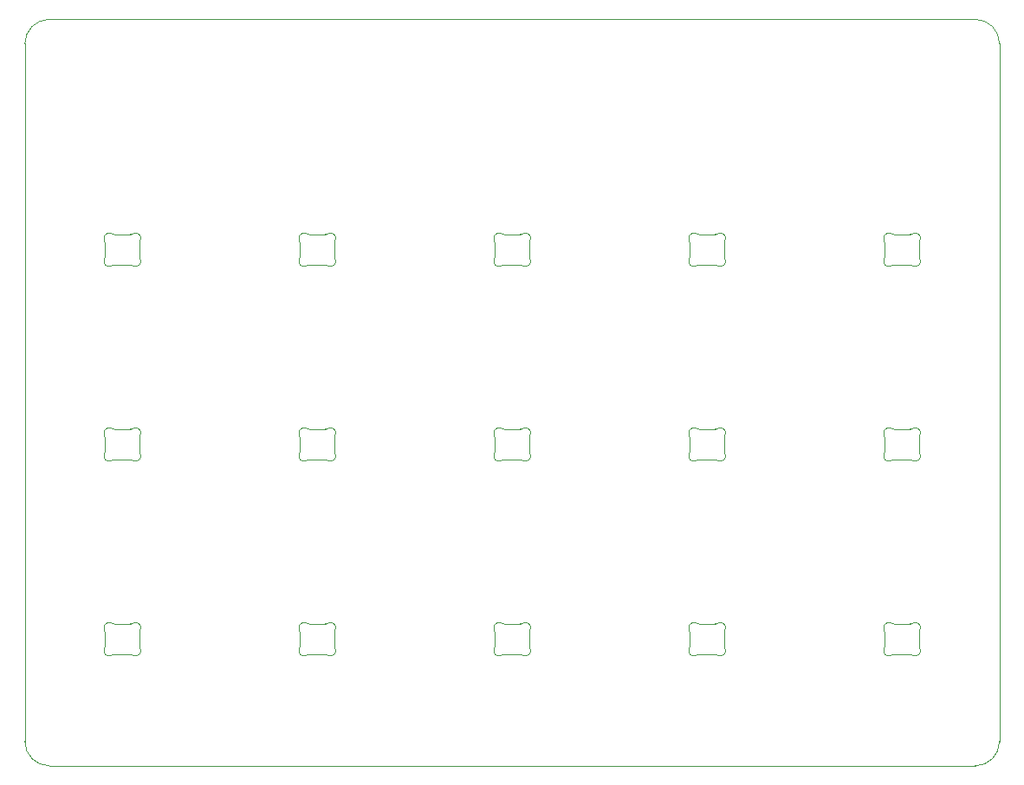
<source format=gbr>
%TF.GenerationSoftware,KiCad,Pcbnew,(6.0.6)*%
%TF.CreationDate,2022-08-15T00:28:01+08:00*%
%TF.ProjectId,15k-macropad,31356b2d-6d61-4637-926f-7061642e6b69,rev?*%
%TF.SameCoordinates,Original*%
%TF.FileFunction,Profile,NP*%
%FSLAX46Y46*%
G04 Gerber Fmt 4.6, Leading zero omitted, Abs format (unit mm)*
G04 Created by KiCad (PCBNEW (6.0.6)) date 2022-08-15 00:28:01*
%MOMM*%
%LPD*%
G01*
G04 APERTURE LIST*
%TA.AperFunction,Profile*%
%ADD10C,0.100000*%
%TD*%
G04 APERTURE END LIST*
D10*
X97631250Y-47625000D02*
G75*
G03*
X95250000Y-50006250I50J-2381300D01*
G01*
X95250000Y-118268750D02*
G75*
G03*
X97631250Y-120650000I2381300J50D01*
G01*
X188118750Y-120650000D02*
G75*
G03*
X190500000Y-118268750I-50J2381300D01*
G01*
X95250000Y-118268750D02*
X95250000Y-50006250D01*
X97631250Y-47625000D02*
X188118750Y-47625000D01*
X190500000Y-50006250D02*
X190500000Y-118268750D01*
X188118750Y-120650000D02*
X97631250Y-120650000D01*
X190500000Y-50006250D02*
G75*
G03*
X188118750Y-47625000I-2381300J-50D01*
G01*
%TO.C,LED11*%
X160175516Y-90137219D02*
G75*
G03*
X160225001Y-89920342I-450866J216959D01*
G01*
X162719453Y-87717500D02*
G75*
G03*
X162971711Y-87649201I-3J500009D01*
G01*
X160878289Y-87649200D02*
G75*
G03*
X161130547Y-87717499I252261J431710D01*
G01*
X163624999Y-89920341D02*
G75*
G03*
X163674484Y-90137219I499990J-2D01*
G01*
X163674485Y-88297779D02*
G75*
G03*
X162971711Y-87649201I-450516J216877D01*
G01*
X162971711Y-90785798D02*
G75*
G03*
X163674484Y-90137218I252259J431700D01*
G01*
X161130548Y-90717500D02*
G75*
G03*
X160878290Y-90785798I2J-500010D01*
G01*
X163674484Y-88297779D02*
G75*
G03*
X163624999Y-88514656I450505J-216876D01*
G01*
X160175520Y-90137221D02*
G75*
G03*
X160878289Y-90785796I450510J-216879D01*
G01*
X160224990Y-88514657D02*
G75*
G03*
X160175516Y-88297779I-500290J-43D01*
G01*
X160878289Y-87649200D02*
G75*
G03*
X160175516Y-88297779I-252259J-431700D01*
G01*
X162971711Y-90785798D02*
G75*
G03*
X162719452Y-90717499I-252261J-431710D01*
G01*
X162719452Y-90717499D02*
X161130548Y-90717499D01*
X161130548Y-87717500D02*
X162719453Y-87717500D01*
X163624999Y-88514657D02*
X163624999Y-89920341D01*
X160225001Y-89920341D02*
X160225001Y-88514657D01*
%TO.C,LED8*%
X143921711Y-90785798D02*
G75*
G03*
X143669452Y-90717499I-252261J-431710D01*
G01*
X141125516Y-90137219D02*
G75*
G03*
X141175001Y-89920342I-450866J216959D01*
G01*
X142080548Y-90717500D02*
G75*
G03*
X141828290Y-90785798I2J-500010D01*
G01*
X144624484Y-88297779D02*
G75*
G03*
X144574999Y-88514656I450505J-216876D01*
G01*
X141828289Y-87649200D02*
G75*
G03*
X142080547Y-87717499I252261J431710D01*
G01*
X141828289Y-87649200D02*
G75*
G03*
X141125516Y-88297779I-252259J-431700D01*
G01*
X144574999Y-89920341D02*
G75*
G03*
X144624484Y-90137219I499990J-2D01*
G01*
X141174990Y-88514657D02*
G75*
G03*
X141125516Y-88297779I-500290J-43D01*
G01*
X143669453Y-87717500D02*
G75*
G03*
X143921711Y-87649201I-3J500009D01*
G01*
X144624485Y-88297779D02*
G75*
G03*
X143921711Y-87649201I-450516J216877D01*
G01*
X141125520Y-90137221D02*
G75*
G03*
X141828289Y-90785796I450510J-216879D01*
G01*
X143921711Y-90785798D02*
G75*
G03*
X144624484Y-90137218I252259J431700D01*
G01*
X143669452Y-90717499D02*
X142080548Y-90717499D01*
X144574999Y-88514657D02*
X144574999Y-89920341D01*
X141175001Y-89920341D02*
X141175001Y-88514657D01*
X142080548Y-87717500D02*
X143669453Y-87717500D01*
%TO.C,LED6*%
X123030548Y-109767500D02*
G75*
G03*
X122778290Y-109835798I2J-500010D01*
G01*
X124619453Y-106767500D02*
G75*
G03*
X124871711Y-106699201I-3J500009D01*
G01*
X122075520Y-109187221D02*
G75*
G03*
X122778289Y-109835796I450510J-216879D01*
G01*
X122778289Y-106699200D02*
G75*
G03*
X122075516Y-107347779I-252259J-431700D01*
G01*
X122778289Y-106699200D02*
G75*
G03*
X123030547Y-106767499I252261J431710D01*
G01*
X125574484Y-107347779D02*
G75*
G03*
X125524999Y-107564656I450505J-216876D01*
G01*
X122075516Y-109187219D02*
G75*
G03*
X122125001Y-108970342I-450866J216959D01*
G01*
X124871711Y-109835798D02*
G75*
G03*
X124619452Y-109767499I-252261J-431710D01*
G01*
X124871711Y-109835798D02*
G75*
G03*
X125574484Y-109187218I252259J431700D01*
G01*
X125574485Y-107347779D02*
G75*
G03*
X124871711Y-106699201I-450516J216877D01*
G01*
X125524999Y-108970341D02*
G75*
G03*
X125574484Y-109187219I499990J-2D01*
G01*
X122124990Y-107564657D02*
G75*
G03*
X122075516Y-107347779I-500290J-43D01*
G01*
X125524999Y-107564657D02*
X125524999Y-108970341D01*
X123030548Y-106767500D02*
X124619453Y-106767500D01*
X122125001Y-108970341D02*
X122125001Y-107564657D01*
X124619452Y-109767499D02*
X123030548Y-109767499D01*
%TO.C,LED12*%
X160878289Y-106699200D02*
G75*
G03*
X161130547Y-106767499I252261J431710D01*
G01*
X160175520Y-109187221D02*
G75*
G03*
X160878289Y-109835796I450510J-216879D01*
G01*
X160224990Y-107564657D02*
G75*
G03*
X160175516Y-107347779I-500290J-43D01*
G01*
X162971711Y-109835798D02*
G75*
G03*
X162719452Y-109767499I-252261J-431710D01*
G01*
X163674484Y-107347779D02*
G75*
G03*
X163624999Y-107564656I450505J-216876D01*
G01*
X163674485Y-107347779D02*
G75*
G03*
X162971711Y-106699201I-450516J216877D01*
G01*
X160175516Y-109187219D02*
G75*
G03*
X160225001Y-108970342I-450866J216959D01*
G01*
X162971711Y-109835798D02*
G75*
G03*
X163674484Y-109187218I252259J431700D01*
G01*
X162719453Y-106767500D02*
G75*
G03*
X162971711Y-106699201I-3J500009D01*
G01*
X163624999Y-108970341D02*
G75*
G03*
X163674484Y-109187219I499990J-2D01*
G01*
X160878289Y-106699200D02*
G75*
G03*
X160175516Y-107347779I-252259J-431700D01*
G01*
X161130548Y-109767500D02*
G75*
G03*
X160878290Y-109835798I2J-500010D01*
G01*
X160225001Y-108970341D02*
X160225001Y-107564657D01*
X163624999Y-107564657D02*
X163624999Y-108970341D01*
X161130548Y-106767500D02*
X162719453Y-106767500D01*
X162719452Y-109767499D02*
X161130548Y-109767499D01*
%TO.C,LED13*%
X179928289Y-68599200D02*
G75*
G03*
X179225516Y-69247779I-252259J-431700D01*
G01*
X179225516Y-71087219D02*
G75*
G03*
X179275001Y-70870342I-450866J216959D01*
G01*
X179928289Y-68599200D02*
G75*
G03*
X180180547Y-68667499I252261J431710D01*
G01*
X182021711Y-71735798D02*
G75*
G03*
X181769452Y-71667499I-252261J-431710D01*
G01*
X179225520Y-71087221D02*
G75*
G03*
X179928289Y-71735796I450510J-216879D01*
G01*
X182021711Y-71735798D02*
G75*
G03*
X182724484Y-71087218I252259J431700D01*
G01*
X182674999Y-70870341D02*
G75*
G03*
X182724484Y-71087219I499990J-2D01*
G01*
X182724484Y-69247779D02*
G75*
G03*
X182674999Y-69464656I450505J-216876D01*
G01*
X181769453Y-68667500D02*
G75*
G03*
X182021711Y-68599201I-3J500009D01*
G01*
X182724485Y-69247779D02*
G75*
G03*
X182021711Y-68599201I-450516J216877D01*
G01*
X179274990Y-69464657D02*
G75*
G03*
X179225516Y-69247779I-500290J-43D01*
G01*
X180180548Y-71667500D02*
G75*
G03*
X179928290Y-71735798I2J-500010D01*
G01*
X180180548Y-68667500D02*
X181769453Y-68667500D01*
X182674999Y-69464657D02*
X182674999Y-70870341D01*
X181769452Y-71667499D02*
X180180548Y-71667499D01*
X179275001Y-70870341D02*
X179275001Y-69464657D01*
%TO.C,LED3*%
X105821711Y-109835798D02*
G75*
G03*
X105569452Y-109767499I-252261J-431710D01*
G01*
X105821711Y-109835798D02*
G75*
G03*
X106524484Y-109187218I252259J431700D01*
G01*
X103980548Y-109767500D02*
G75*
G03*
X103728290Y-109835798I2J-500010D01*
G01*
X103728289Y-106699200D02*
G75*
G03*
X103980547Y-106767499I252261J431710D01*
G01*
X103728289Y-106699200D02*
G75*
G03*
X103025516Y-107347779I-252259J-431700D01*
G01*
X106524485Y-107347779D02*
G75*
G03*
X105821711Y-106699201I-450516J216877D01*
G01*
X103025520Y-109187221D02*
G75*
G03*
X103728289Y-109835796I450510J-216879D01*
G01*
X103025516Y-109187219D02*
G75*
G03*
X103075001Y-108970342I-450866J216959D01*
G01*
X106474999Y-108970341D02*
G75*
G03*
X106524484Y-109187219I499990J-2D01*
G01*
X106524484Y-107347779D02*
G75*
G03*
X106474999Y-107564656I450505J-216876D01*
G01*
X103074990Y-107564657D02*
G75*
G03*
X103025516Y-107347779I-500290J-43D01*
G01*
X105569453Y-106767500D02*
G75*
G03*
X105821711Y-106699201I-3J500009D01*
G01*
X103075001Y-108970341D02*
X103075001Y-107564657D01*
X105569452Y-109767499D02*
X103980548Y-109767499D01*
X106474999Y-107564657D02*
X106474999Y-108970341D01*
X103980548Y-106767500D02*
X105569453Y-106767500D01*
%TO.C,LED7*%
X141174990Y-69464657D02*
G75*
G03*
X141125516Y-69247779I-500290J-43D01*
G01*
X144574999Y-70870341D02*
G75*
G03*
X144624484Y-71087219I499990J-2D01*
G01*
X143669453Y-68667500D02*
G75*
G03*
X143921711Y-68599201I-3J500009D01*
G01*
X142080548Y-71667500D02*
G75*
G03*
X141828290Y-71735798I2J-500010D01*
G01*
X141125520Y-71087221D02*
G75*
G03*
X141828289Y-71735796I450510J-216879D01*
G01*
X141125516Y-71087219D02*
G75*
G03*
X141175001Y-70870342I-450866J216959D01*
G01*
X141828289Y-68599200D02*
G75*
G03*
X142080547Y-68667499I252261J431710D01*
G01*
X143921711Y-71735798D02*
G75*
G03*
X144624484Y-71087218I252259J431700D01*
G01*
X144624485Y-69247779D02*
G75*
G03*
X143921711Y-68599201I-450516J216877D01*
G01*
X144624484Y-69247779D02*
G75*
G03*
X144574999Y-69464656I450505J-216876D01*
G01*
X143921711Y-71735798D02*
G75*
G03*
X143669452Y-71667499I-252261J-431710D01*
G01*
X141828289Y-68599200D02*
G75*
G03*
X141125516Y-69247779I-252259J-431700D01*
G01*
X143669452Y-71667499D02*
X142080548Y-71667499D01*
X141175001Y-70870341D02*
X141175001Y-69464657D01*
X144574999Y-69464657D02*
X144574999Y-70870341D01*
X142080548Y-68667500D02*
X143669453Y-68667500D01*
%TO.C,LED9*%
X144624484Y-107347779D02*
G75*
G03*
X144574999Y-107564656I450505J-216876D01*
G01*
X141125516Y-109187219D02*
G75*
G03*
X141175001Y-108970342I-450866J216959D01*
G01*
X141174990Y-107564657D02*
G75*
G03*
X141125516Y-107347779I-500290J-43D01*
G01*
X144574999Y-108970341D02*
G75*
G03*
X144624484Y-109187219I499990J-2D01*
G01*
X141828289Y-106699200D02*
G75*
G03*
X142080547Y-106767499I252261J431710D01*
G01*
X142080548Y-109767500D02*
G75*
G03*
X141828290Y-109835798I2J-500010D01*
G01*
X144624485Y-107347779D02*
G75*
G03*
X143921711Y-106699201I-450516J216877D01*
G01*
X141828289Y-106699200D02*
G75*
G03*
X141125516Y-107347779I-252259J-431700D01*
G01*
X143921711Y-109835798D02*
G75*
G03*
X144624484Y-109187218I252259J431700D01*
G01*
X143921711Y-109835798D02*
G75*
G03*
X143669452Y-109767499I-252261J-431710D01*
G01*
X141125520Y-109187221D02*
G75*
G03*
X141828289Y-109835796I450510J-216879D01*
G01*
X143669453Y-106767500D02*
G75*
G03*
X143921711Y-106699201I-3J500009D01*
G01*
X142080548Y-106767500D02*
X143669453Y-106767500D01*
X144574999Y-107564657D02*
X144574999Y-108970341D01*
X143669452Y-109767499D02*
X142080548Y-109767499D01*
X141175001Y-108970341D02*
X141175001Y-107564657D01*
%TO.C,LED14*%
X179928289Y-87649200D02*
G75*
G03*
X179225516Y-88297779I-252259J-431700D01*
G01*
X182724485Y-88297779D02*
G75*
G03*
X182021711Y-87649201I-450516J216877D01*
G01*
X179225520Y-90137221D02*
G75*
G03*
X179928289Y-90785796I450510J-216879D01*
G01*
X181769453Y-87717500D02*
G75*
G03*
X182021711Y-87649201I-3J500009D01*
G01*
X179274990Y-88514657D02*
G75*
G03*
X179225516Y-88297779I-500290J-43D01*
G01*
X179225516Y-90137219D02*
G75*
G03*
X179275001Y-89920342I-450866J216959D01*
G01*
X182021711Y-90785798D02*
G75*
G03*
X181769452Y-90717499I-252261J-431710D01*
G01*
X182674999Y-89920341D02*
G75*
G03*
X182724484Y-90137219I499990J-2D01*
G01*
X182724484Y-88297779D02*
G75*
G03*
X182674999Y-88514656I450505J-216876D01*
G01*
X182021711Y-90785798D02*
G75*
G03*
X182724484Y-90137218I252259J431700D01*
G01*
X180180548Y-90717500D02*
G75*
G03*
X179928290Y-90785798I2J-500010D01*
G01*
X179928289Y-87649200D02*
G75*
G03*
X180180547Y-87717499I252261J431710D01*
G01*
X182674999Y-88514657D02*
X182674999Y-89920341D01*
X181769452Y-90717499D02*
X180180548Y-90717499D01*
X180180548Y-87717500D02*
X181769453Y-87717500D01*
X179275001Y-89920341D02*
X179275001Y-88514657D01*
%TO.C,LED5*%
X122075516Y-90137219D02*
G75*
G03*
X122125001Y-89920342I-450866J216959D01*
G01*
X122124990Y-88514657D02*
G75*
G03*
X122075516Y-88297779I-500290J-43D01*
G01*
X125574485Y-88297779D02*
G75*
G03*
X124871711Y-87649201I-450516J216877D01*
G01*
X122075520Y-90137221D02*
G75*
G03*
X122778289Y-90785796I450510J-216879D01*
G01*
X124871711Y-90785798D02*
G75*
G03*
X125574484Y-90137218I252259J431700D01*
G01*
X125524999Y-89920341D02*
G75*
G03*
X125574484Y-90137219I499990J-2D01*
G01*
X124619453Y-87717500D02*
G75*
G03*
X124871711Y-87649201I-3J500009D01*
G01*
X122778289Y-87649200D02*
G75*
G03*
X122075516Y-88297779I-252259J-431700D01*
G01*
X122778289Y-87649200D02*
G75*
G03*
X123030547Y-87717499I252261J431710D01*
G01*
X125574484Y-88297779D02*
G75*
G03*
X125524999Y-88514656I450505J-216876D01*
G01*
X123030548Y-90717500D02*
G75*
G03*
X122778290Y-90785798I2J-500010D01*
G01*
X124871711Y-90785798D02*
G75*
G03*
X124619452Y-90717499I-252261J-431710D01*
G01*
X124619452Y-90717499D02*
X123030548Y-90717499D01*
X123030548Y-87717500D02*
X124619453Y-87717500D01*
X125524999Y-88514657D02*
X125524999Y-89920341D01*
X122125001Y-89920341D02*
X122125001Y-88514657D01*
%TO.C,LED10*%
X160878289Y-68599200D02*
G75*
G03*
X161130547Y-68667499I252261J431710D01*
G01*
X160175516Y-71087219D02*
G75*
G03*
X160225001Y-70870342I-450866J216959D01*
G01*
X160878289Y-68599200D02*
G75*
G03*
X160175516Y-69247779I-252259J-431700D01*
G01*
X162971711Y-71735798D02*
G75*
G03*
X163674484Y-71087218I252259J431700D01*
G01*
X160224990Y-69464657D02*
G75*
G03*
X160175516Y-69247779I-500290J-43D01*
G01*
X160175520Y-71087221D02*
G75*
G03*
X160878289Y-71735796I450510J-216879D01*
G01*
X163674485Y-69247779D02*
G75*
G03*
X162971711Y-68599201I-450516J216877D01*
G01*
X162971711Y-71735798D02*
G75*
G03*
X162719452Y-71667499I-252261J-431710D01*
G01*
X163624999Y-70870341D02*
G75*
G03*
X163674484Y-71087219I499990J-2D01*
G01*
X163674484Y-69247779D02*
G75*
G03*
X163624999Y-69464656I450505J-216876D01*
G01*
X162719453Y-68667500D02*
G75*
G03*
X162971711Y-68599201I-3J500009D01*
G01*
X161130548Y-71667500D02*
G75*
G03*
X160878290Y-71735798I2J-500010D01*
G01*
X160225001Y-70870341D02*
X160225001Y-69464657D01*
X163624999Y-69464657D02*
X163624999Y-70870341D01*
X161130548Y-68667500D02*
X162719453Y-68667500D01*
X162719452Y-71667499D02*
X161130548Y-71667499D01*
%TO.C,LED1*%
X103728289Y-68599200D02*
G75*
G03*
X103025516Y-69247779I-252259J-431700D01*
G01*
X105569453Y-68667500D02*
G75*
G03*
X105821711Y-68599201I-3J500009D01*
G01*
X103074990Y-69464657D02*
G75*
G03*
X103025516Y-69247779I-500290J-43D01*
G01*
X103728289Y-68599200D02*
G75*
G03*
X103980547Y-68667499I252261J431710D01*
G01*
X103025520Y-71087221D02*
G75*
G03*
X103728289Y-71735796I450510J-216879D01*
G01*
X103980548Y-71667500D02*
G75*
G03*
X103728290Y-71735798I2J-500010D01*
G01*
X105821711Y-71735798D02*
G75*
G03*
X106524484Y-71087218I252259J431700D01*
G01*
X105821711Y-71735798D02*
G75*
G03*
X105569452Y-71667499I-252261J-431710D01*
G01*
X106524484Y-69247779D02*
G75*
G03*
X106474999Y-69464656I450505J-216876D01*
G01*
X103025516Y-71087219D02*
G75*
G03*
X103075001Y-70870342I-450866J216959D01*
G01*
X106474999Y-70870341D02*
G75*
G03*
X106524484Y-71087219I499990J-2D01*
G01*
X106524485Y-69247779D02*
G75*
G03*
X105821711Y-68599201I-450516J216877D01*
G01*
X106474999Y-69464657D02*
X106474999Y-70870341D01*
X103980548Y-68667500D02*
X105569453Y-68667500D01*
X105569452Y-71667499D02*
X103980548Y-71667499D01*
X103075001Y-70870341D02*
X103075001Y-69464657D01*
%TO.C,LED2*%
X106524485Y-88297779D02*
G75*
G03*
X105821711Y-87649201I-450516J216877D01*
G01*
X103025516Y-90137219D02*
G75*
G03*
X103075001Y-89920342I-450866J216959D01*
G01*
X103074990Y-88514657D02*
G75*
G03*
X103025516Y-88297779I-500290J-43D01*
G01*
X105569453Y-87717500D02*
G75*
G03*
X105821711Y-87649201I-3J500009D01*
G01*
X103728289Y-87649200D02*
G75*
G03*
X103980547Y-87717499I252261J431710D01*
G01*
X105821711Y-90785798D02*
G75*
G03*
X105569452Y-90717499I-252261J-431710D01*
G01*
X103025520Y-90137221D02*
G75*
G03*
X103728289Y-90785796I450510J-216879D01*
G01*
X105821711Y-90785798D02*
G75*
G03*
X106524484Y-90137218I252259J431700D01*
G01*
X103728289Y-87649200D02*
G75*
G03*
X103025516Y-88297779I-252259J-431700D01*
G01*
X103980548Y-90717500D02*
G75*
G03*
X103728290Y-90785798I2J-500010D01*
G01*
X106524484Y-88297779D02*
G75*
G03*
X106474999Y-88514656I450505J-216876D01*
G01*
X106474999Y-89920341D02*
G75*
G03*
X106524484Y-90137219I499990J-2D01*
G01*
X103980548Y-87717500D02*
X105569453Y-87717500D01*
X103075001Y-89920341D02*
X103075001Y-88514657D01*
X106474999Y-88514657D02*
X106474999Y-89920341D01*
X105569452Y-90717499D02*
X103980548Y-90717499D01*
%TO.C,LED4*%
X122075520Y-71087221D02*
G75*
G03*
X122778289Y-71735796I450510J-216879D01*
G01*
X122778289Y-68599200D02*
G75*
G03*
X122075516Y-69247779I-252259J-431700D01*
G01*
X123030548Y-71667500D02*
G75*
G03*
X122778290Y-71735798I2J-500010D01*
G01*
X122778289Y-68599200D02*
G75*
G03*
X123030547Y-68667499I252261J431710D01*
G01*
X122075516Y-71087219D02*
G75*
G03*
X122125001Y-70870342I-450866J216959D01*
G01*
X125524999Y-70870341D02*
G75*
G03*
X125574484Y-71087219I499990J-2D01*
G01*
X124871711Y-71735798D02*
G75*
G03*
X124619452Y-71667499I-252261J-431710D01*
G01*
X125574485Y-69247779D02*
G75*
G03*
X124871711Y-68599201I-450516J216877D01*
G01*
X125574484Y-69247779D02*
G75*
G03*
X125524999Y-69464656I450505J-216876D01*
G01*
X124871711Y-71735798D02*
G75*
G03*
X125574484Y-71087218I252259J431700D01*
G01*
X122124990Y-69464657D02*
G75*
G03*
X122075516Y-69247779I-500290J-43D01*
G01*
X124619453Y-68667500D02*
G75*
G03*
X124871711Y-68599201I-3J500009D01*
G01*
X125524999Y-69464657D02*
X125524999Y-70870341D01*
X124619452Y-71667499D02*
X123030548Y-71667499D01*
X123030548Y-68667500D02*
X124619453Y-68667500D01*
X122125001Y-70870341D02*
X122125001Y-69464657D01*
%TO.C,LED15*%
X179928289Y-106699200D02*
G75*
G03*
X180180547Y-106767499I252261J431710D01*
G01*
X179225516Y-109187219D02*
G75*
G03*
X179275001Y-108970342I-450866J216959D01*
G01*
X179928289Y-106699200D02*
G75*
G03*
X179225516Y-107347779I-252259J-431700D01*
G01*
X181769453Y-106767500D02*
G75*
G03*
X182021711Y-106699201I-3J500009D01*
G01*
X182724485Y-107347779D02*
G75*
G03*
X182021711Y-106699201I-450516J216877D01*
G01*
X179225520Y-109187221D02*
G75*
G03*
X179928289Y-109835796I450510J-216879D01*
G01*
X182724484Y-107347779D02*
G75*
G03*
X182674999Y-107564656I450505J-216876D01*
G01*
X182021711Y-109835798D02*
G75*
G03*
X182724484Y-109187218I252259J431700D01*
G01*
X182674999Y-108970341D02*
G75*
G03*
X182724484Y-109187219I499990J-2D01*
G01*
X182021711Y-109835798D02*
G75*
G03*
X181769452Y-109767499I-252261J-431710D01*
G01*
X180180548Y-109767500D02*
G75*
G03*
X179928290Y-109835798I2J-500010D01*
G01*
X179274990Y-107564657D02*
G75*
G03*
X179225516Y-107347779I-500290J-43D01*
G01*
X182674999Y-107564657D02*
X182674999Y-108970341D01*
X180180548Y-106767500D02*
X181769453Y-106767500D01*
X179275001Y-108970341D02*
X179275001Y-107564657D01*
X181769452Y-109767499D02*
X180180548Y-109767499D01*
%TD*%
M02*

</source>
